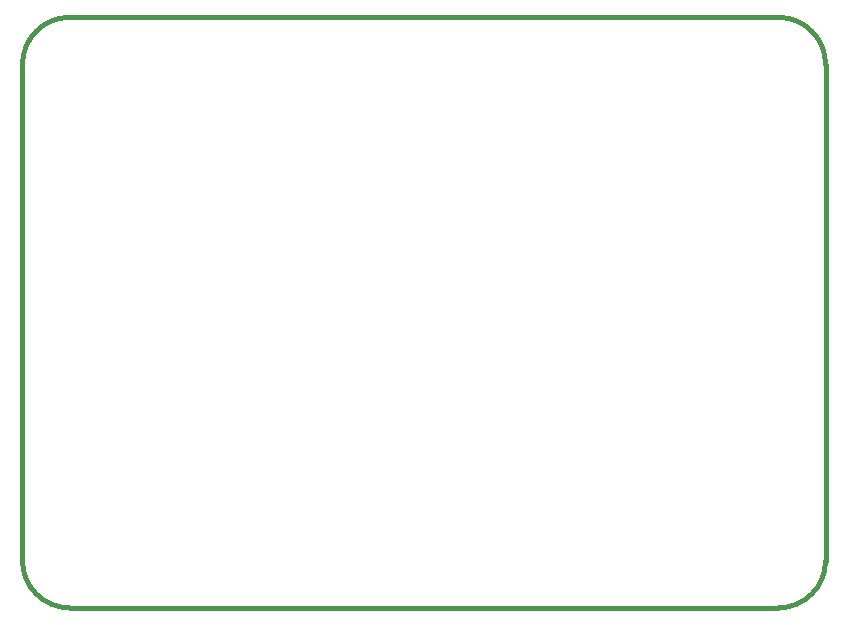
<source format=gbr>
G04 #@! TF.FileFunction,Profile,NP*
%FSLAX46Y46*%
G04 Gerber Fmt 4.6, Leading zero omitted, Abs format (unit mm)*
G04 Created by KiCad (PCBNEW (after 2015-mar-04 BZR unknown)-product) date 5/3/2017 11:29:08 AM*
%MOMM*%
G01*
G04 APERTURE LIST*
%ADD10C,0.150000*%
%ADD11C,0.381000*%
G04 APERTURE END LIST*
D10*
D11*
X78000000Y-14000000D02*
X78000000Y-56000000D01*
X10000000Y-56000000D02*
X10000000Y-14000000D01*
X14000000Y-60000000D02*
X74000000Y-60000000D01*
X74000000Y-10000000D02*
X14000000Y-10000000D01*
X74000000Y-60000000D02*
G75*
G03X78000000Y-56000000I0J4000000D01*
G01*
X78000000Y-14000000D02*
G75*
G03X74000000Y-10000000I-4000000J0D01*
G01*
X14000000Y-10000000D02*
G75*
G03X10000000Y-14000000I0J-4000000D01*
G01*
X10000000Y-56000000D02*
G75*
G03X14000000Y-60000000I4000000J0D01*
G01*
M02*

</source>
